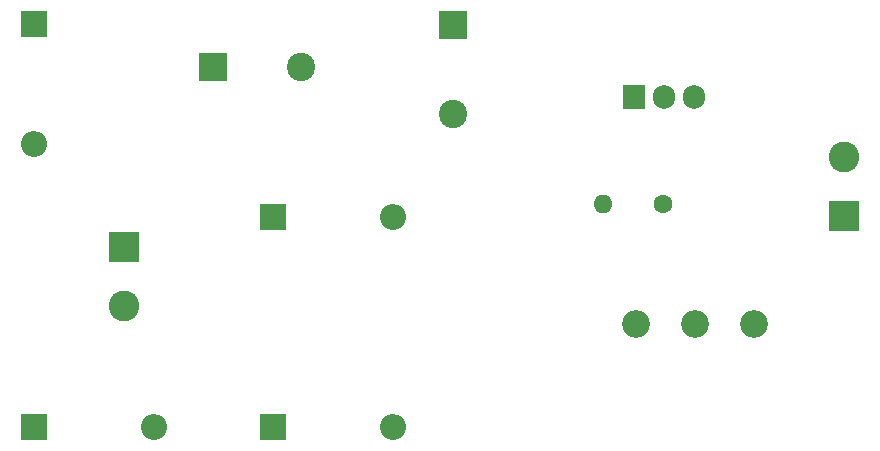
<source format=gbr>
%TF.GenerationSoftware,KiCad,Pcbnew,8.0.4*%
%TF.CreationDate,2024-08-27T18:15:43+02:00*%
%TF.ProjectId,regulateur_tension,72656775-6c61-4746-9575-725f74656e73,rev?*%
%TF.SameCoordinates,Original*%
%TF.FileFunction,Soldermask,Top*%
%TF.FilePolarity,Negative*%
%FSLAX46Y46*%
G04 Gerber Fmt 4.6, Leading zero omitted, Abs format (unit mm)*
G04 Created by KiCad (PCBNEW 8.0.4) date 2024-08-27 18:15:43*
%MOMM*%
%LPD*%
G01*
G04 APERTURE LIST*
%ADD10C,2.600000*%
%ADD11R,2.600000X2.600000*%
%ADD12O,2.200000X2.200000*%
%ADD13R,2.200000X2.200000*%
%ADD14C,2.400000*%
%ADD15R,2.400000X2.400000*%
%ADD16O,1.600000X1.600000*%
%ADD17C,1.600000*%
%ADD18O,1.905000X2.000000*%
%ADD19R,1.905000X2.000000*%
%ADD20C,2.340000*%
G04 APERTURE END LIST*
D10*
%TO.C,INPUT_AC1*%
X30600000Y-44250000D03*
D11*
X30600000Y-39250000D03*
%TD*%
D12*
%TO.C,D2*%
X53340000Y-54490000D03*
D13*
X43180000Y-54490000D03*
%TD*%
D12*
%TO.C,D1*%
X22980000Y-30480000D03*
D13*
X22980000Y-20320000D03*
%TD*%
D14*
%TO.C,C2*%
X58420000Y-27940000D03*
D15*
X58420000Y-20440000D03*
%TD*%
D12*
%TO.C,D3*%
X33140000Y-54490000D03*
D13*
X22980000Y-54490000D03*
%TD*%
D12*
%TO.C,D4*%
X53340000Y-36710000D03*
D13*
X43180000Y-36710000D03*
%TD*%
D16*
%TO.C,R1*%
X71120000Y-35560000D03*
D17*
X76200000Y-35560000D03*
%TD*%
D18*
%TO.C,RegulateurV1*%
X78860000Y-26550000D03*
X76320000Y-26550000D03*
D19*
X73780000Y-26550000D03*
%TD*%
D14*
%TO.C,C1*%
X45600000Y-24010000D03*
D15*
X38100000Y-24010000D03*
%TD*%
D20*
%TO.C,R2*%
X73940000Y-45720000D03*
X78940000Y-45720000D03*
X83940000Y-45720000D03*
%TD*%
D11*
%TO.C,OUTPUT1*%
X91560000Y-36630000D03*
D10*
X91560000Y-31630000D03*
%TD*%
M02*

</source>
